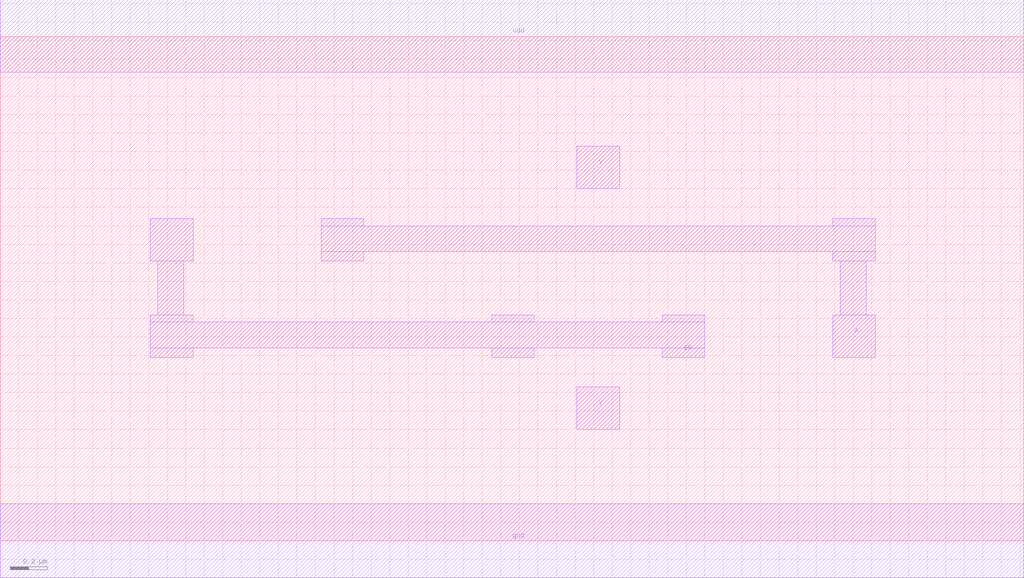
<source format=lef>
VERSION 5.7 ;
  NOWIREEXTENSIONATPIN ON ;
  DIVIDERCHAR "/" ;
  BUSBITCHARS "[]" ;
MACRO TBUFX2
  CLASS CORE ;
  FOREIGN TBUFX2 ;
  ORIGIN 0.000 0.000 ;
  SIZE 5.520 BY 2.720 ;
  SYMMETRY X Y R90 ;
  SITE unithd ;
  PIN vdd
    DIRECTION INOUT ;
    USE POWER ;
    SHAPE ABUTMENT ;
    PORT
      LAYER met2 ;
        RECT 0.000 2.530 5.520 2.920 ;
    END
  END vdd
  PIN gnd
    DIRECTION INOUT ;
    USE GROUND ;
    SHAPE ABUTMENT ;
    PORT
      LAYER met2 ;
        RECT 0.000 -0.200 5.520 0.200 ;
    END
  END gnd
  PIN Y
    DIRECTION INOUT ;
    USE SIGNAL ;
    SHAPE ABUTMENT ;
    PORT
      LAYER met2 ;
        RECT 3.110 1.900 3.340 2.130 ;
    END
    PORT
      LAYER met2 ;
        RECT 3.110 0.600 3.340 0.830 ;
    END
  END Y
  PIN A
    DIRECTION INOUT ;
    USE SIGNAL ;
    SHAPE ABUTMENT ;
    PORT
      LAYER met2 ;
        RECT 1.730 1.700 1.960 1.740 ;
        RECT 4.490 1.700 4.720 1.740 ;
        RECT 1.730 1.560 4.720 1.700 ;
        RECT 1.730 1.510 1.960 1.560 ;
        RECT 4.490 1.510 4.720 1.560 ;
        RECT 4.530 1.220 4.670 1.510 ;
        RECT 4.490 0.990 4.720 1.220 ;
    END
  END A
  PIN EN
    DIRECTION INOUT ;
    USE SIGNAL ;
    SHAPE ABUTMENT ;
    PORT
      LAYER met2 ;
        RECT 0.810 1.510 1.040 1.740 ;
        RECT 0.850 1.220 0.990 1.510 ;
        RECT 0.810 1.180 1.040 1.220 ;
        RECT 2.650 1.180 2.880 1.220 ;
        RECT 3.570 1.180 3.800 1.220 ;
        RECT 0.810 1.040 3.800 1.180 ;
        RECT 0.810 0.990 1.040 1.040 ;
        RECT 2.650 0.990 2.880 1.040 ;
        RECT 3.570 0.990 3.800 1.040 ;
    END
  END EN
END TBUFX2
END LIBRARY


</source>
